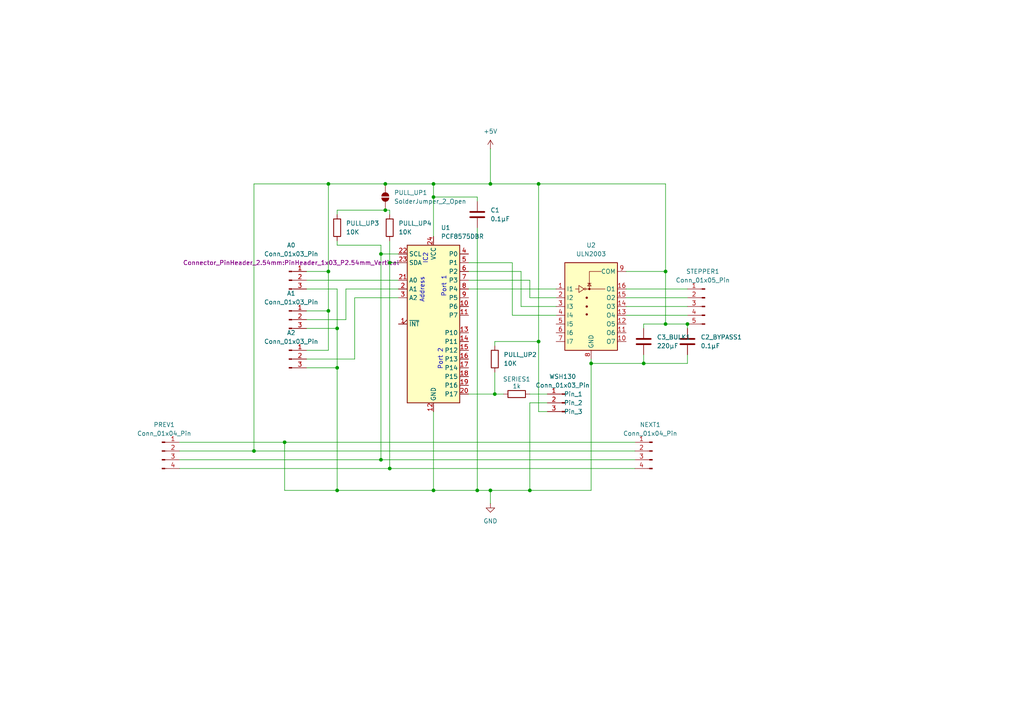
<source format=kicad_sch>
(kicad_sch (version 20250114) (generator "eeschema") (generator_version "9.0")
  (paper "A4")
  (lib_symbols
    (symbol "Conn_01x03_Pin_1" (pin_names (offset 1.016))
      (property "Reference" "J" (at 0 5.08 0))
      (property "Value" "Conn_01x03_Pin" (at 0 -5.08 0))
      (symbol "Conn_01x03_Pin_1_1_1"
        (rectangle (start 0.8636 2.667) (end 0 2.413) (stroke (width 0.1524)) (fill (type outline)))
        (rectangle (start 0.8636 0.127) (end 0 -0.127) (stroke (width 0.1524)) (fill (type outline)))
        (rectangle (start 0.8636 -2.413) (end 0 -2.667) (stroke (width 0.1524)) (fill (type outline)))
        (polyline (pts (xy 1.27 2.54) (xy 0.8636 2.54)) (stroke (width 0.1524)))
        (polyline (pts (xy 1.27 0) (xy 0.8636 0)) (stroke (width 0.1524)))
        (polyline (pts (xy 1.27 -2.54) (xy 0.8636 -2.54)) (stroke (width 0.1524)))
        (pin passive line (at 5.08 2.54 180) (length 3.81) (name "Pin_1") (number "1"))
        (pin passive line (at 5.08 0 180) (length 3.81) (name "Pin_2") (number "2"))
        (pin passive line (at 5.08 -2.54 180) (length 3.81) (name "Pin_3") (number "3"))
      )
    )
    (symbol "Connector:Conn_01x03_Pin" (pin_names (offset 1.016) (hide yes))
      (property "Reference" "J" (at 0 5.08 0))
      (property "Value" "Conn_01x03_Pin" (at 0 -5.08 0))
      (symbol "Conn_01x03_Pin_1_1"
        (rectangle (start 0.8636 2.667) (end 0 2.413) (stroke (width 0.1524)) (fill (type outline)))
        (rectangle (start 0.8636 0.127) (end 0 -0.127) (stroke (width 0.1524)) (fill (type outline)))
        (rectangle (start 0.8636 -2.413) (end 0 -2.667) (stroke (width 0.1524)) (fill (type outline)))
        (polyline (pts (xy 1.27 2.54) (xy 0.8636 2.54)) (stroke (width 0.1524)))
        (polyline (pts (xy 1.27 0) (xy 0.8636 0)) (stroke (width 0.1524)))
        (polyline (pts (xy 1.27 -2.54) (xy 0.8636 -2.54)) (stroke (width 0.1524)))
        (pin passive line (at 5.08 2.54 180) (length 3.81) (name "Pin_1") (number "1"))
        (pin passive line (at 5.08 0 180) (length 3.81) (name "Pin_2") (number "2"))
        (pin passive line (at 5.08 -2.54 180) (length 3.81) (name "Pin_3") (number "3"))
      )
    )
    (symbol "Connector:Conn_01x04_Pin" (pin_names (offset 1.016) (hide yes))
      (property "Reference" "J" (at 0 5.08 0))
      (property "Value" "Conn_01x04_Pin" (at 0 -7.62 0))
      (symbol "Conn_01x04_Pin_1_1"
        (rectangle (start 0.8636 2.667) (end 0 2.413) (stroke (width 0.1524)) (fill (type outline)))
        (rectangle (start 0.8636 0.127) (end 0 -0.127) (stroke (width 0.1524)) (fill (type outline)))
        (rectangle (start 0.8636 -2.413) (end 0 -2.667) (stroke (width 0.1524)) (fill (type outline)))
        (rectangle (start 0.8636 -4.953) (end 0 -5.207) (stroke (width 0.1524)) (fill (type outline)))
        (polyline (pts (xy 1.27 2.54) (xy 0.8636 2.54)) (stroke (width 0.1524)))
        (polyline (pts (xy 1.27 0) (xy 0.8636 0)) (stroke (width 0.1524)))
        (polyline (pts (xy 1.27 -2.54) (xy 0.8636 -2.54)) (stroke (width 0.1524)))
        (polyline (pts (xy 1.27 -5.08) (xy 0.8636 -5.08)) (stroke (width 0.1524)))
        (pin passive line (at 5.08 2.54 180) (length 3.81) (name "Pin_1") (number "1"))
        (pin passive line (at 5.08 0 180) (length 3.81) (name "Pin_2") (number "2"))
        (pin passive line (at 5.08 -2.54 180) (length 3.81) (name "Pin_3") (number "3"))
        (pin passive line (at 5.08 -5.08 180) (length 3.81) (name "Pin_4") (number "4"))
      )
    )
    (symbol "Connector:Conn_01x05_Pin" (pin_names (offset 1.016) (hide yes))
      (property "Reference" "J" (at 0 7.62 0))
      (property "Value" "Conn_01x05_Pin" (at 0 -7.62 0))
      (symbol "Conn_01x05_Pin_1_1"
        (rectangle (start 0.8636 5.207) (end 0 4.953) (stroke (width 0.1524)) (fill (type outline)))
        (rectangle (start 0.8636 2.667) (end 0 2.413) (stroke (width 0.1524)) (fill (type outline)))
        (rectangle (start 0.8636 0.127) (end 0 -0.127) (stroke (width 0.1524)) (fill (type outline)))
        (rectangle (start 0.8636 -2.413) (end 0 -2.667) (stroke (width 0.1524)) (fill (type outline)))
        (rectangle (start 0.8636 -4.953) (end 0 -5.207) (stroke (width 0.1524)) (fill (type outline)))
        (polyline (pts (xy 1.27 5.08) (xy 0.8636 5.08)) (stroke (width 0.1524)))
        (polyline (pts (xy 1.27 2.54) (xy 0.8636 2.54)) (stroke (width 0.1524)))
        (polyline (pts (xy 1.27 0) (xy 0.8636 0)) (stroke (width 0.1524)))
        (polyline (pts (xy 1.27 -2.54) (xy 0.8636 -2.54)) (stroke (width 0.1524)))
        (polyline (pts (xy 1.27 -5.08) (xy 0.8636 -5.08)) (stroke (width 0.1524)))
        (pin passive line (at 5.08 5.08 180) (length 3.81) (name "Pin_1") (number "1"))
        (pin passive line (at 5.08 2.54 180) (length 3.81) (name "Pin_2") (number "2"))
        (pin passive line (at 5.08 0 180) (length 3.81) (name "Pin_3") (number "3"))
        (pin passive line (at 5.08 -2.54 180) (length 3.81) (name "Pin_4") (number "4"))
        (pin passive line (at 5.08 -5.08 180) (length 3.81) (name "Pin_5") (number "5"))
      )
    )
    (symbol "Device:C" (pin_numbers (hide yes)) (pin_names (offset 0.254))
      (property "Reference" "C" (at 0.635 2.54 0))
      (property "Value" "C" (at 0.635 -2.54 0))
      (symbol "C_0_1"
        (polyline (pts (xy -2.032 0.762) (xy 2.032 0.762)) (stroke (width 0.508)))
        (polyline (pts (xy -2.032 -0.762) (xy 2.032 -0.762)) (stroke (width 0.508)))
      )
      (symbol "C_1_1"
        (pin passive line (at 0 3.81 270) (length 2.794) (name "~") (number "1"))
        (pin passive line (at 0 -3.81 90) (length 2.794) (name "~") (number "2"))
      )
    )
    (symbol "Device:R" (pin_numbers (hide yes)) (pin_names (offset 0))
      (property "Reference" "R" (at 2.032 0 90))
      (property "Value" "R" (at 0 0 90))
      (symbol "R_0_1"
        (rectangle (start -1.016 -2.54) (end 1.016 2.54) (stroke (width 0.254)))
      )
      (symbol "R_1_1"
        (pin passive line (at 0 3.81 270) (length 1.27) (name "~") (number "1"))
        (pin passive line (at 0 -3.81 90) (length 1.27) (name "~") (number "2"))
      )
    )
    (symbol "Interface_Expansion:PCF8575DBR"
      (property "Reference" "U" (at -6.35 24.13 0))
      (property "Value" "PCF8575DBR" (at 7.62 -24.13 0))
      (symbol "PCF8575DBR_0_1"
        (rectangle (start -7.62 22.86) (end 7.62 -22.86) (stroke (width 0.254)) (fill (type background)))
      )
      (symbol "PCF8575DBR_1_1"
        (pin input line (at -10.16 20.32 0) (length 2.54) (name "SCL") (number "22"))
        (pin bidirectional line (at -10.16 17.78 0) (length 2.54) (name "SDA") (number "23"))
        (pin input line (at -10.16 12.7 0) (length 2.54) (name "A0") (number "21"))
        (pin input line (at -10.16 10.16 0) (length 2.54) (name "A1") (number "2"))
        (pin input line (at -10.16 7.62 0) (length 2.54) (name "A2") (number "3"))
        (pin open_collector output_low (at -10.16 0 0) (length 2.54) (name "~{INT}") (number "1"))
        (pin power_in line (at 0 25.4 270) (length 2.54) (name "VCC") (number "24"))
        (pin power_in line (at 0 -25.4 90) (length 2.54) (name "GND") (number "12"))
        (pin bidirectional line (at 10.16 20.32 180) (length 2.54) (name "P0") (number "4"))
        (pin bidirectional line (at 10.16 17.78 180) (length 2.54) (name "P1") (number "5"))
        (pin bidirectional line (at 10.16 15.24 180) (length 2.54) (name "P2") (number "6"))
        (pin bidirectional line (at 10.16 12.7 180) (length 2.54) (name "P3") (number "7"))
        (pin bidirectional line (at 10.16 10.16 180) (length 2.54) (name "P4") (number "8"))
        (pin bidirectional line (at 10.16 7.62 180) (length 2.54) (name "P5") (number "9"))
        (pin bidirectional line (at 10.16 5.08 180) (length 2.54) (name "P6") (number "10"))
        (pin bidirectional line (at 10.16 2.54 180) (length 2.54) (name "P7") (number "11"))
        (pin bidirectional line (at 10.16 -2.54 180) (length 2.54) (name "P10") (number "13"))
        (pin bidirectional line (at 10.16 -5.08 180) (length 2.54) (name "P11") (number "14"))
        (pin bidirectional line (at 10.16 -7.62 180) (length 2.54) (name "P12") (number "15"))
        (pin bidirectional line (at 10.16 -10.16 180) (length 2.54) (name "P13") (number "16"))
        (pin bidirectional line (at 10.16 -12.7 180) (length 2.54) (name "P14") (number "17"))
        (pin bidirectional line (at 10.16 -15.24 180) (length 2.54) (name "P15") (number "18"))
        (pin bidirectional line (at 10.16 -17.78 180) (length 2.54) (name "P16") (number "19"))
        (pin bidirectional line (at 10.16 -20.32 180) (length 2.54) (name "P17") (number "20"))
      )
    )
    (symbol "Jumper:SolderJumper_2_Open" (pin_numbers (hide yes)) (pin_names (offset 0) (hide yes)) (exclude_from_sim yes) (in_bom no)
      (property "Reference" "JP" (at 0 2.032 0))
      (property "Value" "SolderJumper_2_Open" (at 0 -2.54 0))
      (symbol "SolderJumper_2_Open_0_1"
        (polyline (pts (xy -0.254 1.016) (xy -0.254 -1.016)))
        (arc (start -0.254 -1.016) (mid -1.2656 0) (end -0.254 1.016))
        (arc (start -0.254 -1.016) (mid -1.2656 0) (end -0.254 1.016) (fill (type outline)))
        (arc (start 0.254 1.016) (mid 1.2656 0) (end 0.254 -1.016))
        (arc (start 0.254 1.016) (mid 1.2656 0) (end 0.254 -1.016) (fill (type outline)))
        (polyline (pts (xy 0.254 1.016) (xy 0.254 -1.016)))
      )
      (symbol "SolderJumper_2_Open_1_1"
        (pin passive line (at -3.81 0 0) (length 2.54) (name "A") (number "1"))
        (pin passive line (at 3.81 0 180) (length 2.54) (name "B") (number "2"))
      )
    )
    (symbol "Transistor_Array:ULN2003"
      (property "Reference" "U" (at 0 15.875 0))
      (property "Value" "ULN2003" (at 0 13.97 0))
      (symbol "ULN2003_0_1"
        (rectangle (start -7.62 -12.7) (end 7.62 12.7) (stroke (width 0.254)) (fill (type background)))
        (polyline (pts (xy -4.572 5.08) (xy -3.556 5.08)))
        (polyline (pts (xy -3.556 6.096) (xy -3.556 4.064) (xy -2.032 5.08) (xy -3.556 6.096)))
        (circle (center -1.778 5.08) (radius 0.254))
        (polyline (pts (xy -1.524 5.08) (xy 4.064 5.08)))
        (circle (center -1.27 2.54) (radius 0.254) (fill (type outline)))
        (circle (center -1.27 0) (radius 0.254) (fill (type outline)))
        (circle (center -1.27 -2.286) (radius 0.254) (fill (type outline)))
        (circle (center -0.508 5.08) (radius 0.254) (fill (type outline)))
        (polyline (pts (xy -0.508 5.08) (xy -0.508 10.16) (xy 2.921 10.16)))
        (polyline (pts (xy 0 6.731) (xy -1.016 6.731)))
        (polyline (pts (xy 0 5.969) (xy -1.016 5.969) (xy -0.508 6.731) (xy 0 5.969)))
      )
      (symbol "ULN2003_1_1"
        (pin input line (at -10.16 5.08 0) (length 2.54) (name "I1") (number "1"))
        (pin input line (at -10.16 2.54 0) (length 2.54) (name "I2") (number "2"))
        (pin input line (at -10.16 0 0) (length 2.54) (name "I3") (number "3"))
        (pin input line (at -10.16 -2.54 0) (length 2.54) (name "I4") (number "4"))
        (pin input line (at -10.16 -5.08 0) (length 2.54) (name "I5") (number "5"))
        (pin input line (at -10.16 -7.62 0) (length 2.54) (name "I6") (number "6"))
        (pin input line (at -10.16 -10.16 0) (length 2.54) (name "I7") (number "7"))
        (pin power_in line (at 0 -15.24 90) (length 2.54) (name "GND") (number "8"))
        (pin passive line (at 10.16 10.16 180) (length 2.54) (name "COM") (number "9"))
        (pin open_collector line (at 10.16 5.08 180) (length 2.54) (name "O1") (number "16"))
        (pin open_collector line (at 10.16 2.54 180) (length 2.54) (name "O2") (number "15"))
        (pin open_collector line (at 10.16 0 180) (length 2.54) (name "O3") (number "14"))
        (pin open_collector line (at 10.16 -2.54 180) (length 2.54) (name "O4") (number "13"))
        (pin open_collector line (at 10.16 -5.08 180) (length 2.54) (name "O5") (number "12"))
        (pin open_collector line (at 10.16 -7.62 180) (length 2.54) (name "O6") (number "11"))
        (pin open_collector line (at 10.16 -10.16 180) (length 2.54) (name "O7") (number "10"))
      )
    )
    (symbol "power:+5V" (power) (pin_numbers (hide yes)) (pin_names (offset 0) (hide yes))
      (property "Value" "+5V" (at 0 3.556 0))
      (symbol "+5V_0_1"
        (polyline (pts (xy -0.762 1.27) (xy 0 2.54)))
        (polyline (pts (xy 0 2.54) (xy 0.762 1.27)))
        (polyline (pts (xy 0 0) (xy 0 2.54)))
      )
      (symbol "+5V_1_1"
        (pin power_in line (at 0 0 90) (length 0) (name "~") (number "1"))
      )
    )
    (symbol "power:GND" (power) (pin_numbers (hide yes)) (pin_names (offset 0) (hide yes))
      (property "Value" "GND" (at 0 -3.81 0))
      (symbol "GND_0_1"
        (polyline (pts (xy 0 0) (xy 0 -1.27) (xy 1.27 -1.27) (xy 0 -2.54) (xy -1.27 -1.27) (xy 0 -1.27)))
      )
      (symbol "GND_1_1"
        (pin power_in line (at 0 0 270) (length 0) (name "~") (number "1"))
      )
    )
  )
  (text "Port 2" (at 127.762 104.14 90) (effects (font (size 1.27 1.27))))
  (text "Address" (at 122.428 84.074 90) (effects (font (size 1.27 1.27))))
  (text "Port 1" (at 128.778 83.058 90) (effects (font (size 1.27 1.27))))
  (text "IC2" (at 123.444 74.93 90) (effects (font (size 1.27 1.27))))
  (junction (at 153.67 142.24))
  (junction (at 110.49 73.66))
  (junction (at 125.73 142.24))
  (junction (at 171.45 105.41))
  (junction (at 156.21 99.06))
  (junction (at 110.49 133.35))
  (junction (at 125.73 57.15))
  (junction (at 73.66 130.81))
  (junction (at 193.04 78.74))
  (junction (at 142.24 142.24))
  (junction (at 138.43 142.24))
  (junction (at 97.79 106.68))
  (junction (at 142.24 53.34))
  (junction (at 193.04 93.98))
  (junction (at 113.03 76.2))
  (junction (at 113.03 135.89))
  (junction (at 143.51 114.3))
  (junction (at 95.25 78.74))
  (junction (at 156.21 53.34))
  (junction (at 186.69 105.41))
  (junction (at 111.76 60.96))
  (junction (at 111.76 53.34))
  (junction (at 97.79 95.25))
  (junction (at 125.73 53.34))
  (junction (at 82.55 128.27))
  (junction (at 95.25 90.17))
  (junction (at 97.79 142.24))
  (junction (at 95.25 53.34))
  (junction (at 199.39 93.98))
  (wire (pts (xy 82.55 128.27) (xy 184.15 128.27)))
  (wire (pts (xy 88.9 78.74) (xy 95.25 78.74)))
  (wire (pts (xy 181.61 86.36) (xy 199.39 86.36)))
  (wire (pts (xy 95.25 78.74) (xy 95.25 53.34)))
  (wire (pts (xy 95.25 101.6) (xy 88.9 101.6)))
  (wire (pts (xy 73.66 53.34) (xy 73.66 130.81)))
  (wire (pts (xy 153.67 116.84) (xy 153.67 142.24)))
  (wire (pts (xy 82.55 128.27) (xy 82.55 142.24)))
  (wire (pts (xy 199.39 102.87) (xy 199.39 105.41)))
  (wire (pts (xy 142.24 142.24) (xy 142.24 146.05)))
  (wire (pts (xy 102.87 104.14) (xy 102.87 86.36)))
  (wire (pts (xy 153.67 86.36) (xy 153.67 81.28)))
  (wire (pts (xy 73.66 53.34) (xy 95.25 53.34)))
  (wire (pts (xy 82.55 142.24) (xy 97.79 142.24)))
  (wire (pts (xy 199.39 93.98) (xy 193.04 93.98)))
  (wire (pts (xy 156.21 53.34) (xy 156.21 99.06)))
  (wire (pts (xy 171.45 105.41) (xy 171.45 142.24)))
  (wire (pts (xy 113.03 69.85) (xy 113.03 76.2)))
  (wire (pts (xy 148.59 76.2) (xy 148.59 91.44)))
  (wire (pts (xy 111.76 53.34) (xy 125.73 53.34)))
  (wire (pts (xy 199.39 95.25) (xy 199.39 93.98)))
  (wire (pts (xy 186.69 105.41) (xy 171.45 105.41)))
  (wire (pts (xy 95.25 53.34) (xy 111.76 53.34)))
  (wire (pts (xy 97.79 95.25) (xy 97.79 106.68)))
  (wire (pts (xy 143.51 99.06) (xy 156.21 99.06)))
  (wire (pts (xy 171.45 104.14) (xy 171.45 105.41)))
  (wire (pts (xy 125.73 119.38) (xy 125.73 142.24)))
  (wire (pts (xy 135.89 76.2) (xy 148.59 76.2)))
  (wire (pts (xy 148.59 91.44) (xy 161.29 91.44)))
  (wire (pts (xy 88.9 90.17) (xy 95.25 90.17)))
  (wire (pts (xy 143.51 107.95) (xy 143.51 114.3)))
  (wire (pts (xy 135.89 81.28) (xy 153.67 81.28)))
  (wire (pts (xy 142.24 53.34) (xy 156.21 53.34)))
  (wire (pts (xy 138.43 57.15) (xy 138.43 58.42)))
  (wire (pts (xy 97.79 69.85) (xy 97.79 71.12)))
  (wire (pts (xy 138.43 66.04) (xy 138.43 142.24)))
  (wire (pts (xy 181.61 91.44) (xy 199.39 91.44)))
  (wire (pts (xy 135.89 78.74) (xy 151.13 78.74)))
  (wire (pts (xy 186.69 102.87) (xy 186.69 105.41)))
  (wire (pts (xy 88.9 95.25) (xy 97.79 95.25)))
  (wire (pts (xy 156.21 119.38) (xy 158.75 119.38)))
  (wire (pts (xy 97.79 60.96) (xy 111.76 60.96)))
  (wire (pts (xy 142.24 43.18) (xy 142.24 53.34)))
  (wire (pts (xy 181.61 88.9) (xy 199.39 88.9)))
  (wire (pts (xy 125.73 57.15) (xy 125.73 68.58)))
  (wire (pts (xy 113.03 76.2) (xy 113.03 135.89)))
  (wire (pts (xy 73.66 130.81) (xy 184.15 130.81)))
  (wire (pts (xy 125.73 53.34) (xy 125.73 57.15)))
  (wire (pts (xy 110.49 133.35) (xy 184.15 133.35)))
  (wire (pts (xy 153.67 114.3) (xy 158.75 114.3)))
  (wire (pts (xy 135.89 83.82) (xy 161.29 83.82)))
  (wire (pts (xy 97.79 142.24) (xy 125.73 142.24)))
  (wire (pts (xy 52.07 130.81) (xy 73.66 130.81)))
  (wire (pts (xy 95.25 90.17) (xy 95.25 101.6)))
  (wire (pts (xy 125.73 57.15) (xy 138.43 57.15)))
  (wire (pts (xy 52.07 128.27) (xy 82.55 128.27)))
  (wire (pts (xy 156.21 53.34) (xy 193.04 53.34)))
  (wire (pts (xy 52.07 135.89) (xy 113.03 135.89)))
  (wire (pts (xy 111.76 60.96) (xy 113.03 60.96)))
  (wire (pts (xy 186.69 93.98) (xy 186.69 95.25)))
  (wire (pts (xy 151.13 78.74) (xy 151.13 88.9)))
  (wire (pts (xy 88.9 106.68) (xy 97.79 106.68)))
  (wire (pts (xy 97.79 60.96) (xy 97.79 62.23)))
  (wire (pts (xy 138.43 142.24) (xy 142.24 142.24)))
  (wire (pts (xy 193.04 78.74) (xy 193.04 93.98)))
  (wire (pts (xy 158.75 116.84) (xy 153.67 116.84)))
  (wire (pts (xy 181.61 83.82) (xy 199.39 83.82)))
  (wire (pts (xy 97.79 71.12) (xy 110.49 71.12)))
  (wire (pts (xy 199.39 105.41) (xy 186.69 105.41)))
  (wire (pts (xy 88.9 104.14) (xy 102.87 104.14)))
  (wire (pts (xy 100.33 83.82) (xy 100.33 92.71)))
  (wire (pts (xy 142.24 142.24) (xy 153.67 142.24)))
  (wire (pts (xy 113.03 60.96) (xy 113.03 62.23)))
  (wire (pts (xy 193.04 53.34) (xy 193.04 78.74)))
  (wire (pts (xy 115.57 73.66) (xy 110.49 73.66)))
  (wire (pts (xy 138.43 142.24) (xy 125.73 142.24)))
  (wire (pts (xy 151.13 88.9) (xy 161.29 88.9)))
  (wire (pts (xy 97.79 83.82) (xy 97.79 95.25)))
  (wire (pts (xy 153.67 142.24) (xy 171.45 142.24)))
  (wire (pts (xy 52.07 133.35) (xy 110.49 133.35)))
  (wire (pts (xy 161.29 86.36) (xy 153.67 86.36)))
  (wire (pts (xy 193.04 93.98) (xy 186.69 93.98)))
  (wire (pts (xy 115.57 83.82) (xy 100.33 83.82)))
  (wire (pts (xy 110.49 73.66) (xy 110.49 133.35)))
  (wire (pts (xy 100.33 92.71) (xy 88.9 92.71)))
  (wire (pts (xy 113.03 135.89) (xy 184.15 135.89)))
  (wire (pts (xy 181.61 78.74) (xy 193.04 78.74)))
  (wire (pts (xy 125.73 53.34) (xy 142.24 53.34)))
  (wire (pts (xy 88.9 81.28) (xy 115.57 81.28)))
  (wire (pts (xy 88.9 83.82) (xy 97.79 83.82)))
  (wire (pts (xy 146.05 114.3) (xy 143.51 114.3)))
  (wire (pts (xy 113.03 76.2) (xy 115.57 76.2)))
  (wire (pts (xy 135.89 114.3) (xy 143.51 114.3)))
  (wire (pts (xy 143.51 99.06) (xy 143.51 100.33)))
  (wire (pts (xy 110.49 71.12) (xy 110.49 73.66)))
  (wire (pts (xy 97.79 106.68) (xy 97.79 142.24)))
  (wire (pts (xy 95.25 90.17) (xy 95.25 78.74)))
  (wire (pts (xy 156.21 99.06) (xy 156.21 119.38)))
  (wire (pts (xy 102.87 86.36) (xy 115.57 86.36)))
  (symbol (lib_id "Connector:Conn_01x05_Pin") (at 204.47 88.9 0) (mirror y) (unit 1)
    (property "Reference" "STEPPER1" (at 203.835 78.74 0))
    (property "Value" "Conn_01x05_Pin" (at 203.835 81.28 0))
    (property "Footprint" "Connector_JST:JST_XH_S5B-XH-A_1x05_P2.50mm_Horizontal" (effects (hide yes)))
    (property "Description" "Generic connector, single row, 01x05, script generated" (effects (hide yes)))
    (property "MPN" "C263757" (effects (hide yes)))
  )
  (symbol (lib_id "Connector:Conn_01x03_Pin") (at 83.82 92.71 0) (unit 1)
    (property "Reference" "A1" (at 84.455 85.09 0))
    (property "Value" "Conn_01x03_Pin" (at 84.455 87.63 0))
    (property "Footprint" "Connector_PinHeader_2.54mm:PinHeader_1x03_P2.54mm_Vertical" (effects (hide yes)))
    (property "Description" "Generic connector, single row, 01x03, script generated" (effects (hide yes)))
    (property "MPN" "C6332196" (effects (hide yes)))
  )
  (symbol (lib_id "power:GND") (at 142.24 146.05 0) (unit 1)
    (property "Reference" "#PWR02" (effects (hide yes)))
    (property "Value" "GND" (at 142.24 151.13 0))
    (property "Description" "Power symbol creates a global label with name \"GND\" , ground" (effects (hide yes)))
  )
  (symbol (lib_id "Device:R") (at 113.03 66.04 0) (unit 1)
    (property "Reference" "PULL_UP4" (at 115.57 64.7699 0) (effects (justify left)))
    (property "Value" "10K" (at 115.57 67.3099 0) (effects (justify left)))
    (property "Footprint" "Resistor_SMD:R_0603_1608Metric" (effects (hide yes)))
    (property "Description" "Resistor" (effects (hide yes)))
    (property "MPN" "C73809" (effects (hide yes)))
  )
  (symbol (lib_id "Transistor_Array:ULN2003") (at 171.45 88.9 0) (unit 1)
    (property "Reference" "U2" (at 171.45 71.12 0))
    (property "Value" "ULN2003" (at 171.45 73.66 0))
    (property "Footprint" "Package_SO:SOIC-16_3.9x9.9mm_P1.27mm" (effects (hide yes)))
    (property "Datasheet" "http://www.ti.com/lit/ds/symlink/uln2003a.pdf" (effects (hide yes)))
    (property "Description" "High Voltage, High Current Darlington Transistor Arrays, SOIC16/SOIC16W/DIP16/TSSOP16" (effects (hide yes)))
    (property "MPN" "C61273" (effects (hide yes)))
  )
  (symbol (lib_id "Jumper:SolderJumper_2_Open") (at 111.76 57.15 270) (unit 1) (exclude_from_sim yes) (in_bom no)
    (property "Reference" "PULL_UP1" (at 114.3 55.8799 90) (effects (justify left)))
    (property "Value" "SolderJumper_2_Open" (at 114.3 58.4199 90) (effects (justify left)))
    (property "Footprint" "Jumper:SolderJumper-2_P1.3mm_Open_RoundedPad1.0x1.5mm" (effects (hide yes)))
    (property "Description" "Solder Jumper, 2-pole, open" (effects (hide yes)))
  )
  (symbol (lib_id "Device:C") (at 138.43 62.23 0) (unit 1)
    (property "Reference" "C1" (at 142.24 60.9599 0) (effects (justify left)))
    (property "Value" "0.1 µF" (at 142.24 63.4999 0) (effects (justify left)))
    (property "Footprint" "Capacitor_SMD:C_0402_1005Metric" (effects (hide yes)))
    (property "Description" "Bypass capacitor, keeps the voltage stable during power-on" (effects (hide yes)))
    (property "MPN" "C6955083" (effects (hide yes)))
  )
  (symbol (lib_id "Connector:Conn_01x04_Pin") (at 189.23 130.81 0) (mirror y) (unit 1)
    (property "Reference" "NEXT1" (at 188.595 123.19 0))
    (property "Value" "Conn_01x04_Pin" (at 188.595 125.73 0))
    (property "Footprint" "Connector_JST:JST_PH_B4B-PH-K_1x04_P2.00mm_Vertical" (effects (hide yes)))
    (property "Description" "Generic connector, single row, 01x04, script generated" (effects (hide yes)))
    (property "MPN" "C2321" (effects (hide yes)))
  )
  (symbol (lib_name "Conn_01x03_Pin_1") (lib_id "Connector:Conn_01x03_Pin") (at 163.83 116.84 0) (mirror y) (unit 1)
    (property "Reference" "WSH130" (at 163.195 109.22 0))
    (property "Value" "Conn_01x03_Pin" (at 163.195 111.76 0))
    (property "Footprint" "Connector_JST:JST_PH_B3B-PH-K_1x03_P2.00mm_Vertical" (effects (hide yes)))
    (property "Description" "Generic connector, single row, 01x03, script generated" (effects (hide yes)))
    (property "MPN" "C2320" (effects (hide yes)))
  )
  (symbol (lib_id "Device:R") (at 143.51 104.14 0) (unit 1)
    (property "Reference" "PULL_UP2" (at 146.05 102.8699 0) (effects (justify left)))
    (property "Value" "10K" (at 146.05 105.4099 0) (effects (justify left)))
    (property "Footprint" "Resistor_SMD:R_0603_1608Metric" (effects (hide yes)))
    (property "Description" "Resistor" (effects (hide yes)))
    (property "MPN" "C73809" (effects (hide yes)))
  )
  (symbol (lib_id "Device:R") (at 149.86 114.3 270) (unit 1)
    (property "Reference" "SERIES1" (at 149.86 109.982 90))
    (property "Value" "1k" (at 149.86 112.014 90))
    (property "Footprint" "Resistor_SMD:R_0603_1608Metric" (effects (hide yes)))
    (property "Description" "protecting the PCF8575 input from inrush and limiting fault current" (effects (hide yes)))
    (property "MPN" "C14676" (effects (hide yes)))
  )
  (symbol (lib_id "Interface_Expansion:PCF8575DBR") (at 125.73 93.98 0) (unit 1)
    (property "Reference" "U1" (at 127.8733 66.04 0) (effects (justify left)))
    (property "Value" "PCF8575DBR" (at 127.8733 68.58 0) (effects (justify left)))
    (property "Footprint" "Package_SO:SSOP-24_5.3x8.2mm_P0.65mm" (effects (hide yes)))
    (property "Datasheet" "https://www.ti.com/lit/ds/symlink/pcf8575.pdf" (effects (hide yes)))
    (property "Description" "16 Bits Port/Expander to I2C Bus, SSOP-24" (effects (hide yes)))
    (property "MPN" "C2863388" (effects (hide yes)))
  )
  (symbol (lib_id "power:+5V") (at 142.24 43.18 0) (unit 1)
    (property "Reference" "#PWR01" (effects (hide yes)))
    (property "Value" "+5V" (at 142.24 38.1 0))
    (property "Description" "Power symbol creates a global label with name \"+5V\"" (effects (hide yes)))
  )
  (symbol (lib_id "Device:C") (at 186.69 99.06 180) (unit 1)
    (property "Reference" "C3_BULK1" (at 190.5 97.7899 0) (effects (justify right)))
    (property "Value" "220 µF" (at 190.5 100.3299 0) (effects (justify right)))
    (property "Footprint" "Capacitor_SMD:C_Elec_6.3x7.7" (effects (hide yes)))
    (property "MPN" "C3342" (effects (hide yes)))
  )
  (symbol (lib_id "Device:C") (at 199.39 99.06 180) (unit 1)
    (property "Reference" "C2_BYPASS1" (at 203.2 97.7899 0) (effects (justify right)))
    (property "Value" "0.1 µF" (at 203.2 100.3299 0) (effects (justify right)))
    (property "Footprint" "Capacitor_SMD:C_0402_1005Metric" (effects (hide yes)))
    (property "Description" "Bypass capacitor, keeps the voltage stable during power-on" (effects (hide yes)))
    (property "MPN" "C6955083" (effects (hide yes)))
  )
  (symbol (lib_id "Connector:Conn_01x03_Pin") (at 83.82 81.28 0) (unit 1)
    (property "Reference" "A0" (at 84.455 71.12 0))
    (property "Value" "Conn_01x03_Pin" (at 84.455 73.66 0))
    (property "Footprint" "Connector_PinHeader_2.54mm:PinHeader_1x03_P2.54mm_Vertical" (at 84.455 76.2 0))
    (property "Description" "Generic connector, single row, 01x03, script generated" (effects (hide yes)))
    (property "MPN" "C6332196" (effects (hide yes)))
  )
  (symbol (lib_id "Connector:Conn_01x04_Pin") (at 46.99 130.81 0) (unit 1)
    (property "Reference" "PREV1" (at 47.625 123.19 0))
    (property "Value" "Conn_01x04_Pin" (at 47.625 125.73 0))
    (property "Footprint" "Connector_JST:JST_PH_B4B-PH-K_1x04_P2.00mm_Vertical" (effects (hide yes)))
    (property "Description" "Generic connector, single row, 01x04, script generated" (effects (hide yes)))
    (property "MPN" "C2321" (effects (hide yes)))
  )
  (symbol (lib_id "Device:R") (at 97.79 66.04 0) (unit 1)
    (property "Reference" "PULL_UP3" (at 100.33 64.7699 0) (effects (justify left)))
    (property "Value" "10K" (at 100.33 67.3099 0) (effects (justify left)))
    (property "Footprint" "Resistor_SMD:R_0603_1608Metric" (effects (hide yes)))
    (property "Description" "Resistor" (effects (hide yes)))
    (property "MPN" "C73809" (effects (hide yes)))
  )
  (symbol (lib_id "Connector:Conn_01x03_Pin") (at 83.82 104.14 0) (unit 1)
    (property "Reference" "A2" (at 84.455 96.52 0))
    (property "Value" "Conn_01x03_Pin" (at 84.455 99.06 0))
    (property "Footprint" "Connector_PinHeader_2.54mm:PinHeader_1x03_P2.54mm_Vertical" (effects (hide yes)))
    (property "Description" "Generic connector, single row, 01x03, script generated" (effects (hide yes)))
    (property "MPN" "C6332196" (effects (hide yes)))
  )
)
</source>
